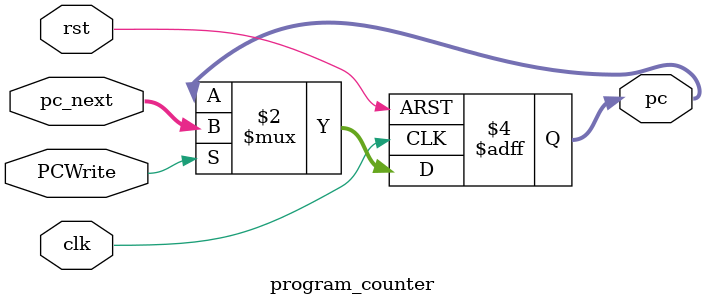
<source format=sv>
`timescale 1ns / 1ps

module program_counter(
    input  logic clk,
    input  logic rst,
    input logic PCWrite,
    input  logic [31:0] pc_next,
    output logic [31:0] pc
);
    always_ff @(posedge clk, posedge rst) begin
        if (rst)
            pc <= 0;
        else if (PCWrite)
            pc <= pc_next;
    end
endmodule
</source>
